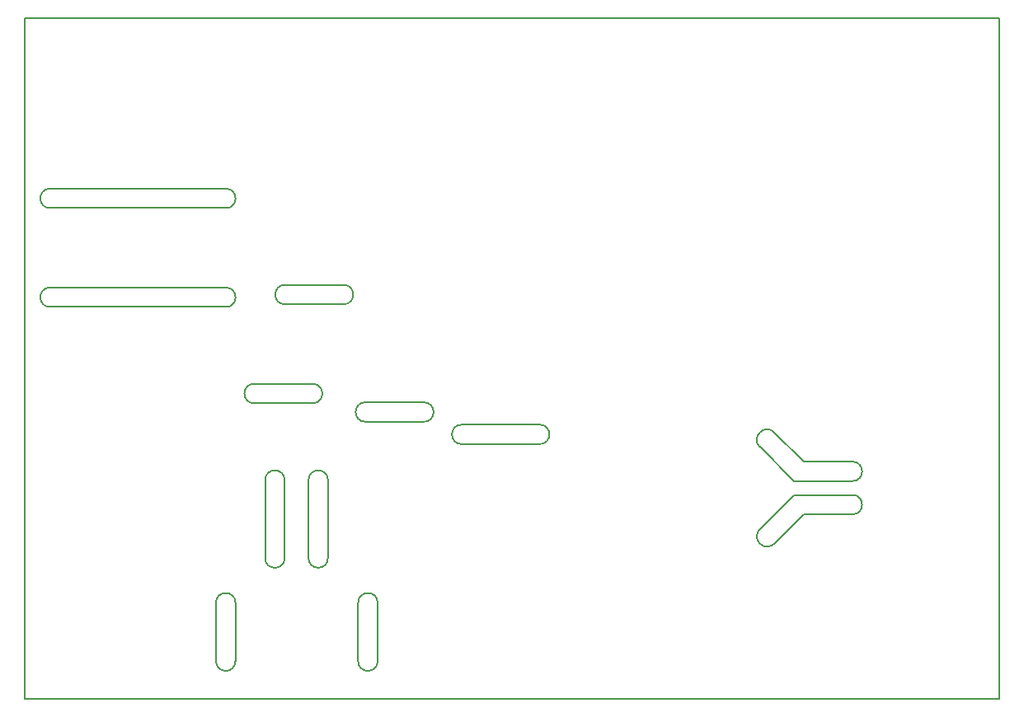
<source format=gm1>
G04 #@! TF.FileFunction,Profile,NP*
%FSLAX46Y46*%
G04 Gerber Fmt 4.6, Leading zero omitted, Abs format (unit mm)*
G04 Created by KiCad (PCBNEW 4.0.5+dfsg1-4) date Wed Mar 13 23:51:39 2019*
%MOMM*%
%LPD*%
G01*
G04 APERTURE LIST*
%ADD10C,0.100000*%
%ADD11C,0.150000*%
G04 APERTURE END LIST*
D10*
D11*
X138369000Y-119254000D02*
X143369000Y-119254000D01*
X85070000Y-129155000D02*
G75*
G02X83070000Y-129155000I-1000000J0D01*
G01*
X85070000Y-129155000D02*
X85070000Y-121155000D01*
X83070000Y-129155000D02*
X83070000Y-121155000D01*
X83070000Y-121155000D02*
G75*
G02X85070000Y-121155000I1000000J0D01*
G01*
X87515000Y-121155000D02*
G75*
G02X89515000Y-121155000I1000000J0D01*
G01*
X87515000Y-129155000D02*
X87515000Y-121155000D01*
X89515000Y-129155000D02*
X89515000Y-121155000D01*
X89515000Y-129155000D02*
G75*
G02X87515000Y-129155000I-1000000J0D01*
G01*
X103255000Y-115455000D02*
X111255000Y-115455000D01*
X111255000Y-115455000D02*
G75*
G02X111255000Y-117455000I0J-1000000D01*
G01*
X103255000Y-117455000D02*
X111255000Y-117455000D01*
X103255000Y-117455000D02*
G75*
G02X103255000Y-115455000I0J1000000D01*
G01*
X60980000Y-93205000D02*
G75*
G02X60980000Y-91205000I0J1000000D01*
G01*
X79030000Y-91205000D02*
G75*
G02X79030000Y-93205000I0J-1000000D01*
G01*
X60980000Y-91205000D02*
X79030000Y-91205000D01*
X60980000Y-93205000D02*
X79030000Y-93205000D01*
X60980000Y-103365000D02*
X79030000Y-103365000D01*
X60980000Y-101365000D02*
X79030000Y-101365000D01*
X79030000Y-101365000D02*
G75*
G02X79030000Y-103365000I0J-1000000D01*
G01*
X60980000Y-103365000D02*
G75*
G02X60980000Y-101365000I0J1000000D01*
G01*
X99365000Y-113160000D02*
G75*
G02X99365000Y-115160000I0J-1000000D01*
G01*
X93365000Y-113160000D02*
X99365000Y-113160000D01*
X93365000Y-115160000D02*
X99365000Y-115160000D01*
X93365000Y-115160000D02*
G75*
G02X93365000Y-113160000I0J1000000D01*
G01*
X91110000Y-101095000D02*
G75*
G02X91110000Y-103095000I0J-1000000D01*
G01*
X85110000Y-101095000D02*
X91110000Y-101095000D01*
X85110000Y-103095000D02*
X91110000Y-103095000D01*
X85110000Y-103095000D02*
G75*
G02X85110000Y-101095000I0J1000000D01*
G01*
X87935000Y-111255000D02*
G75*
G02X87935000Y-113255000I0J-1000000D01*
G01*
X81935000Y-111255000D02*
X87935000Y-111255000D01*
X81935000Y-113255000D02*
X87935000Y-113255000D01*
X81935000Y-113255000D02*
G75*
G02X81935000Y-111255000I0J1000000D01*
G01*
X94620000Y-139750000D02*
G75*
G02X92620000Y-139750000I-1000000J0D01*
G01*
X92620000Y-139750000D02*
X92620000Y-133750000D01*
X94620000Y-139750000D02*
X94620000Y-133750000D01*
X92620000Y-133750000D02*
G75*
G02X94620000Y-133750000I1000000J0D01*
G01*
X80015000Y-139750000D02*
G75*
G02X78015000Y-139750000I-1000000J0D01*
G01*
X78015000Y-139750000D02*
X78015000Y-133750000D01*
X80015000Y-139750000D02*
X80015000Y-133750000D01*
X78015000Y-133750000D02*
G75*
G02X80015000Y-133750000I1000000J0D01*
G01*
X135369000Y-127676904D02*
G75*
G02X133869000Y-126176904I-750000J750000D01*
G01*
X137369000Y-122676904D02*
X143369000Y-122676904D01*
X135369000Y-127676904D02*
X138369000Y-124676904D01*
X143369000Y-122676904D02*
G75*
G02X143369000Y-124676904I0J-1000000D01*
G01*
X137369000Y-122676904D02*
X133869000Y-126176904D01*
X138369000Y-124676904D02*
X143369000Y-124676904D01*
X135369000Y-116254000D02*
G75*
G03X133869000Y-117754000I-750000J-750000D01*
G01*
X137369000Y-121254000D02*
X133869000Y-117754000D01*
X135369000Y-116254000D02*
X138369000Y-119254000D01*
X143369000Y-121254000D02*
G75*
G03X143369000Y-119254000I0J1000000D01*
G01*
X137369000Y-121254000D02*
X143369000Y-121254000D01*
X58420000Y-73660000D02*
X58420000Y-143660000D01*
X58420000Y-143660000D02*
X158420000Y-143660000D01*
X158420000Y-73660000D02*
X158420000Y-143660000D01*
X58420000Y-73660000D02*
X158420000Y-73660000D01*
M02*

</source>
